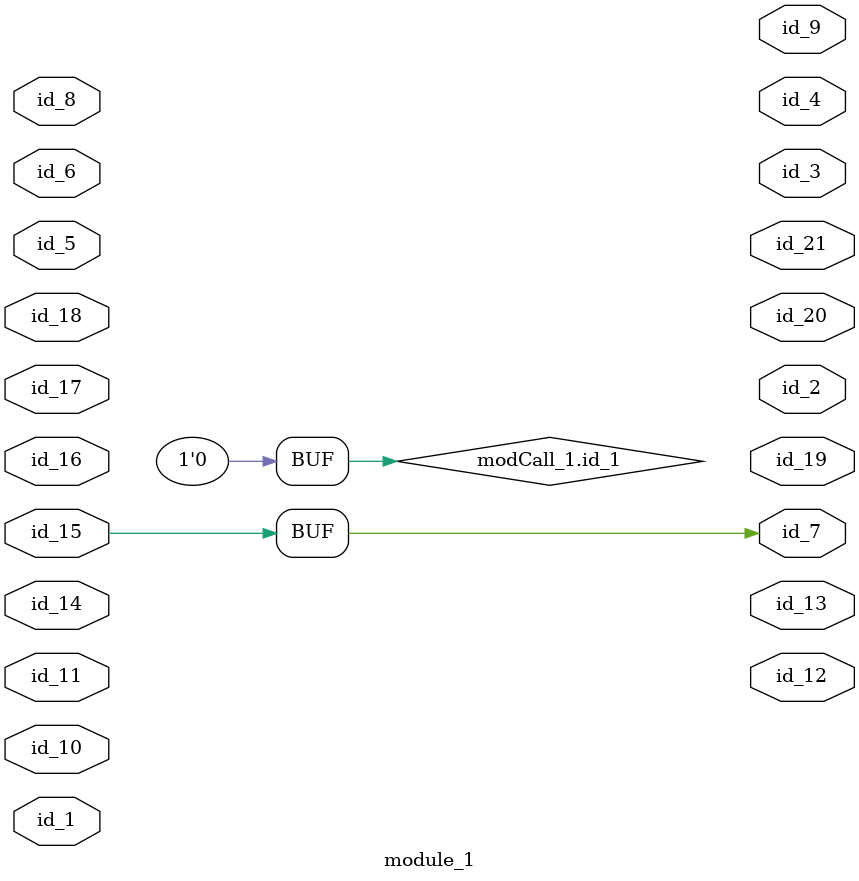
<source format=v>
module module_0;
  assign id_1 = 1;
  assign id_1 = id_1 ? 1 - id_1 : id_1;
endmodule
module module_1 (
    id_1,
    id_2,
    id_3,
    id_4,
    id_5,
    id_6,
    id_7,
    id_8,
    id_9,
    id_10,
    id_11,
    id_12,
    id_13,
    id_14,
    id_15,
    id_16,
    id_17,
    id_18,
    id_19,
    id_20,
    id_21
);
  output wire id_21;
  output wire id_20;
  output wire id_19;
  inout wire id_18;
  input wire id_17;
  inout wire id_16;
  input wire id_15;
  input wire id_14;
  output wire id_13;
  output wire id_12;
  inout wire id_11;
  input wire id_10;
  output wire id_9;
  inout wire id_8;
  output wire id_7;
  inout wire id_6;
  input wire id_5;
  output wire id_4;
  output wire id_3;
  output wire id_2;
  input wire id_1;
  wire id_22;
  module_0 modCall_1 ();
  assign modCall_1.id_1 = 0;
  assign id_7 = id_15;
  wire id_23;
endmodule

</source>
